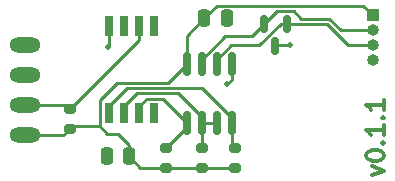
<source format=gbr>
%TF.GenerationSoftware,KiCad,Pcbnew,(6.0.0)*%
%TF.CreationDate,2022-01-08T11:25:39+00:00*%
%TF.ProjectId,DHT22,44485432-322e-46b6-9963-61645f706362,rev?*%
%TF.SameCoordinates,Original*%
%TF.FileFunction,Copper,L1,Top*%
%TF.FilePolarity,Positive*%
%FSLAX46Y46*%
G04 Gerber Fmt 4.6, Leading zero omitted, Abs format (unit mm)*
G04 Created by KiCad (PCBNEW (6.0.0)) date 2022-01-08 11:25:39*
%MOMM*%
%LPD*%
G01*
G04 APERTURE LIST*
G04 Aperture macros list*
%AMRoundRect*
0 Rectangle with rounded corners*
0 $1 Rounding radius*
0 $2 $3 $4 $5 $6 $7 $8 $9 X,Y pos of 4 corners*
0 Add a 4 corners polygon primitive as box body*
4,1,4,$2,$3,$4,$5,$6,$7,$8,$9,$2,$3,0*
0 Add four circle primitives for the rounded corners*
1,1,$1+$1,$2,$3*
1,1,$1+$1,$4,$5*
1,1,$1+$1,$6,$7*
1,1,$1+$1,$8,$9*
0 Add four rect primitives between the rounded corners*
20,1,$1+$1,$2,$3,$4,$5,0*
20,1,$1+$1,$4,$5,$6,$7,0*
20,1,$1+$1,$6,$7,$8,$9,0*
20,1,$1+$1,$8,$9,$2,$3,0*%
G04 Aperture macros list end*
%ADD10C,0.300000*%
%TA.AperFunction,NonConductor*%
%ADD11C,0.300000*%
%TD*%
%TA.AperFunction,ComponentPad*%
%ADD12O,2.616000X1.308000*%
%TD*%
%TA.AperFunction,SMDPad,CuDef*%
%ADD13RoundRect,0.150000X-0.150000X0.587500X-0.150000X-0.587500X0.150000X-0.587500X0.150000X0.587500X0*%
%TD*%
%TA.AperFunction,SMDPad,CuDef*%
%ADD14RoundRect,0.250000X0.250000X0.475000X-0.250000X0.475000X-0.250000X-0.475000X0.250000X-0.475000X0*%
%TD*%
%TA.AperFunction,SMDPad,CuDef*%
%ADD15R,0.650000X1.700000*%
%TD*%
%TA.AperFunction,SMDPad,CuDef*%
%ADD16RoundRect,0.200000X0.275000X-0.200000X0.275000X0.200000X-0.275000X0.200000X-0.275000X-0.200000X0*%
%TD*%
%TA.AperFunction,SMDPad,CuDef*%
%ADD17RoundRect,0.250000X-0.250000X-0.475000X0.250000X-0.475000X0.250000X0.475000X-0.250000X0.475000X0*%
%TD*%
%TA.AperFunction,SMDPad,CuDef*%
%ADD18RoundRect,0.150000X0.150000X-0.825000X0.150000X0.825000X-0.150000X0.825000X-0.150000X-0.825000X0*%
%TD*%
%TA.AperFunction,ComponentPad*%
%ADD19R,1.000000X1.000000*%
%TD*%
%TA.AperFunction,ComponentPad*%
%ADD20O,1.000000X1.000000*%
%TD*%
%TA.AperFunction,ViaPad*%
%ADD21C,0.508000*%
%TD*%
%TA.AperFunction,Conductor*%
%ADD22C,0.250000*%
%TD*%
G04 APERTURE END LIST*
D10*
D11*
X132012571Y-99861285D02*
X133012571Y-99504142D01*
X132012571Y-99147000D01*
X131512571Y-98289857D02*
X131512571Y-98147000D01*
X131584000Y-98004142D01*
X131655428Y-97932714D01*
X131798285Y-97861285D01*
X132084000Y-97789857D01*
X132441142Y-97789857D01*
X132726857Y-97861285D01*
X132869714Y-97932714D01*
X132941142Y-98004142D01*
X133012571Y-98147000D01*
X133012571Y-98289857D01*
X132941142Y-98432714D01*
X132869714Y-98504142D01*
X132726857Y-98575571D01*
X132441142Y-98647000D01*
X132084000Y-98647000D01*
X131798285Y-98575571D01*
X131655428Y-98504142D01*
X131584000Y-98432714D01*
X131512571Y-98289857D01*
X132869714Y-97147000D02*
X132941142Y-97075571D01*
X133012571Y-97147000D01*
X132941142Y-97218428D01*
X132869714Y-97147000D01*
X133012571Y-97147000D01*
X133012571Y-95647000D02*
X133012571Y-96504142D01*
X133012571Y-96075571D02*
X131512571Y-96075571D01*
X131726857Y-96218428D01*
X131869714Y-96361285D01*
X131941142Y-96504142D01*
X132869714Y-95004142D02*
X132941142Y-94932714D01*
X133012571Y-95004142D01*
X132941142Y-95075571D01*
X132869714Y-95004142D01*
X133012571Y-95004142D01*
X133012571Y-93504142D02*
X133012571Y-94361285D01*
X133012571Y-93932714D02*
X131512571Y-93932714D01*
X131726857Y-94075571D01*
X131869714Y-94218428D01*
X131941142Y-94361285D01*
D12*
%TO.P,U3,VDD,VDD*%
%TO.N,VCC*%
X102616000Y-96520000D03*
%TO.P,U3,DATA,DATA*%
%TO.N,Net-(R4-Pad2)*%
X102616000Y-93980000D03*
%TO.P,U3,NC,NULL*%
%TO.N,unconnected-(U3-PadNC)*%
X102616000Y-91440000D03*
%TO.P,U3,GND,GND*%
%TO.N,GND*%
X102616000Y-88900000D03*
%TD*%
D13*
%TO.P,D1,1,A1*%
%TO.N,/A*%
X124775000Y-87073500D03*
%TO.P,D1,2,A2*%
%TO.N,/B*%
X122875000Y-87073500D03*
%TO.P,D1,3,common*%
%TO.N,GND*%
X123825000Y-88948500D03*
%TD*%
D14*
%TO.P,C2,1*%
%TO.N,VCC*%
X111440000Y-98298000D03*
%TO.P,C2,2*%
%TO.N,GND*%
X109540000Y-98298000D03*
%TD*%
D15*
%TO.P,U1,1,~{RESET}/PB5*%
%TO.N,unconnected-(U1-Pad1)*%
X113538000Y-87282000D03*
%TO.P,U1,2,XTAL1/PB3*%
%TO.N,Net-(R4-Pad2)*%
X112268000Y-87282000D03*
%TO.P,U1,3,XTAL2/PB4*%
%TO.N,unconnected-(U1-Pad3)*%
X110998000Y-87282000D03*
%TO.P,U1,4,GND*%
%TO.N,GND*%
X109728000Y-87282000D03*
%TO.P,U1,5,AREF/PB0*%
%TO.N,Net-(R1-Pad2)*%
X109728000Y-94582000D03*
%TO.P,U1,6,PB1*%
%TO.N,Net-(R3-Pad2)*%
X110998000Y-94582000D03*
%TO.P,U1,7,PB2*%
%TO.N,Net-(R2-Pad2)*%
X112268000Y-94582000D03*
%TO.P,U1,8,VCC*%
%TO.N,VCC*%
X113538000Y-94582000D03*
%TD*%
D16*
%TO.P,R1,1*%
%TO.N,VCC*%
X120396000Y-99250000D03*
%TO.P,R1,2*%
%TO.N,Net-(R1-Pad2)*%
X120396000Y-97600000D03*
%TD*%
D17*
%TO.P,C1,1*%
%TO.N,VCC*%
X117795000Y-86614000D03*
%TO.P,C1,2*%
%TO.N,GND*%
X119695000Y-86614000D03*
%TD*%
D18*
%TO.P,U2,1,RO*%
%TO.N,Net-(R2-Pad2)*%
X116332000Y-95439000D03*
%TO.P,U2,2,~{RE}*%
%TO.N,Net-(R3-Pad2)*%
X117602000Y-95439000D03*
%TO.P,U2,3,DE*%
X118872000Y-95439000D03*
%TO.P,U2,4,DI*%
%TO.N,Net-(R1-Pad2)*%
X120142000Y-95439000D03*
%TO.P,U2,5,GND*%
%TO.N,GND*%
X120142000Y-90489000D03*
%TO.P,U2,6,A*%
%TO.N,/A*%
X118872000Y-90489000D03*
%TO.P,U2,7,B*%
%TO.N,/B*%
X117602000Y-90489000D03*
%TO.P,U2,8,VCC*%
%TO.N,VCC*%
X116332000Y-90489000D03*
%TD*%
D16*
%TO.P,R2,1*%
%TO.N,VCC*%
X114554000Y-99250000D03*
%TO.P,R2,2*%
%TO.N,Net-(R2-Pad2)*%
X114554000Y-97600000D03*
%TD*%
%TO.P,R3,1*%
%TO.N,VCC*%
X117602000Y-99250000D03*
%TO.P,R3,2*%
%TO.N,Net-(R3-Pad2)*%
X117602000Y-97600000D03*
%TD*%
%TO.P,R4,1*%
%TO.N,VCC*%
X106426000Y-95948000D03*
%TO.P,R4,2*%
%TO.N,Net-(R4-Pad2)*%
X106426000Y-94298000D03*
%TD*%
D19*
%TO.P,J2,1,Pin_1*%
%TO.N,VCC*%
X132080000Y-86360000D03*
D20*
%TO.P,J2,2,Pin_2*%
%TO.N,/B*%
X132080000Y-87630000D03*
%TO.P,J2,3,Pin_3*%
%TO.N,/A*%
X132080000Y-88900000D03*
%TO.P,J2,4,Pin_4*%
%TO.N,GND*%
X132080000Y-90170000D03*
%TD*%
D21*
%TO.N,GND*%
X125069600Y-88849200D03*
X119735600Y-86614000D03*
X109677200Y-89052400D03*
X119735600Y-92202000D03*
X109524800Y-98298000D03*
%TD*%
D22*
%TO.N,GND*%
X123924300Y-88849200D02*
X123825000Y-88948500D01*
X125069600Y-88849200D02*
X123924300Y-88849200D01*
%TO.N,VCC*%
X131281960Y-85561960D02*
X118847040Y-85561960D01*
X132080000Y-86360000D02*
X131281960Y-85561960D01*
X118847040Y-85561960D02*
X117795000Y-86614000D01*
%TO.N,/B*%
X129362918Y-87630000D02*
X132080000Y-87630000D01*
X126034800Y-86621680D02*
X128354598Y-86621680D01*
X125424600Y-86011480D02*
X126034800Y-86621680D01*
X123937020Y-86011480D02*
X125424600Y-86011480D01*
X122875000Y-87073500D02*
X123937020Y-86011480D01*
X128354598Y-86621680D02*
X129362918Y-87630000D01*
%TO.N,/A*%
X128168400Y-87071200D02*
X129997200Y-88900000D01*
X124777300Y-87071200D02*
X128168400Y-87071200D01*
X129997200Y-88900000D02*
X132080000Y-88900000D01*
X124775000Y-87073500D02*
X124777300Y-87071200D01*
X124291428Y-87073500D02*
X124775000Y-87073500D01*
X122464928Y-88900000D02*
X124291428Y-87073500D01*
X120084928Y-88900000D02*
X122464928Y-88900000D01*
%TO.N,/B*%
X121810500Y-88138000D02*
X122875000Y-87073500D01*
X117602000Y-90112928D02*
X119576928Y-88138000D01*
X119576928Y-88138000D02*
X121810500Y-88138000D01*
X117602000Y-90489000D02*
X117602000Y-90112928D01*
%TO.N,VCC*%
X106426000Y-95948000D02*
X106616000Y-95758000D01*
X105854000Y-96520000D02*
X106426000Y-95948000D01*
X114762071Y-92058929D02*
X110427049Y-92058929D01*
X110427049Y-92058929D02*
X108966000Y-93519978D01*
X109601000Y-96393000D02*
X110490000Y-96393000D01*
X117795000Y-86614000D02*
X116332000Y-88077000D01*
X112392000Y-99250000D02*
X111440000Y-98298000D01*
X114554000Y-99250000D02*
X117602000Y-99250000D01*
X108966000Y-95758000D02*
X109601000Y-96393000D01*
X113538000Y-94582000D02*
X113538000Y-95107000D01*
X114554000Y-99250000D02*
X112392000Y-99250000D01*
X111440000Y-97343000D02*
X111440000Y-98298000D01*
X116332000Y-90489000D02*
X114762071Y-92058929D01*
X108966000Y-93519978D02*
X108966000Y-95758000D01*
X120396000Y-99250000D02*
X117602000Y-99250000D01*
X105854000Y-96520000D02*
X102616000Y-96520000D01*
X106616000Y-95758000D02*
X108966000Y-95758000D01*
X116332000Y-88077000D02*
X116332000Y-90489000D01*
X110490000Y-96393000D02*
X111440000Y-97343000D01*
X113538000Y-95136022D02*
X113538000Y-94582000D01*
%TO.N,GND*%
X109728000Y-89001600D02*
X109677200Y-89052400D01*
X120142000Y-91795600D02*
X119735600Y-92202000D01*
X120142000Y-90489000D02*
X120142000Y-91795600D01*
X109728000Y-87282000D02*
X109728000Y-89001600D01*
%TO.N,Net-(R1-Pad2)*%
X117587521Y-92508449D02*
X120142000Y-95062928D01*
X109728000Y-94057000D02*
X111276551Y-92508449D01*
X120142000Y-97346000D02*
X120396000Y-97600000D01*
X120142000Y-95062928D02*
X120142000Y-95439000D01*
X120142000Y-95439000D02*
X120142000Y-97346000D01*
X109728000Y-94582000D02*
X109728000Y-94057000D01*
X111276551Y-92508449D02*
X117587521Y-92508449D01*
%TO.N,Net-(R2-Pad2)*%
X116332000Y-95822000D02*
X114554000Y-97600000D01*
X112268000Y-94057000D02*
X112917511Y-93407489D01*
X112917511Y-93407489D02*
X114300489Y-93407489D01*
X114300489Y-93407489D02*
X116332000Y-95439000D01*
X112268000Y-94582000D02*
X112268000Y-94057000D01*
X116332000Y-95439000D02*
X116332000Y-95822000D01*
%TO.N,Net-(R3-Pad2)*%
X110998000Y-94582000D02*
X110998000Y-94057000D01*
X112097031Y-92957969D02*
X115563969Y-92957969D01*
X110998000Y-94057000D02*
X112097031Y-92957969D01*
X118872000Y-95439000D02*
X117602000Y-95439000D01*
X117602000Y-94996000D02*
X117602000Y-95439000D01*
X117602000Y-95439000D02*
X117602000Y-97600000D01*
X115563969Y-92957969D02*
X117602000Y-94996000D01*
%TO.N,Net-(R4-Pad2)*%
X112268000Y-88456000D02*
X106426000Y-94298000D01*
X106108000Y-93980000D02*
X102616000Y-93980000D01*
X112268000Y-87282000D02*
X112268000Y-88456000D01*
X106426000Y-94298000D02*
X106108000Y-93980000D01*
%TO.N,/A*%
X118872000Y-90489000D02*
X118872000Y-90112928D01*
X118872000Y-90112928D02*
X120084928Y-88900000D01*
%TD*%
M02*

</source>
